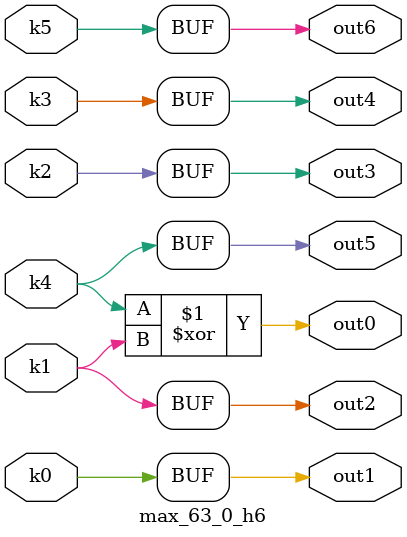
<source format=v>
module max_63_0(pi0, pi1, pi2, pi3, pi4, po0, po1, po2, po3, po4, po5, po6);
input pi0, pi1, pi2, pi3, pi4;
output po0, po1, po2, po3, po4, po5, po6;
wire k0, k1, k2, k3, k4, k5;
max_63_0_w6 DUT1 (pi0, pi1, pi2, pi3, pi4, k0, k1, k2, k3, k4, k5);
max_63_0_h6 DUT2 (k0, k1, k2, k3, k4, k5, po0, po1, po2, po3, po4, po5, po6);
endmodule

module max_63_0_w6(in4, in3, in2, in1, in0, k5, k4, k3, k2, k1, k0);
input in4, in3, in2, in1, in0;
output k5, k4, k3, k2, k1, k0;
assign k0 =   in1 & (in2 ? in4 : in3);
assign k1 =   ~in1 & (in2 ? ~in4 : ~in3);
assign k2 =   ~in4 & in3;
assign k3 =   ~in3 & in4;
assign k4 =   in0;
assign k5 =   in2;
endmodule

module max_63_0_h6(k5, k4, k3, k2, k1, k0, out6, out5, out4, out3, out2, out1, out0);
input k5, k4, k3, k2, k1, k0;
output out6, out5, out4, out3, out2, out1, out0;
assign out0 = k4 ^ k1;
assign out1 = k0;
assign out2 = k1;
assign out3 = k2;
assign out4 = k3;
assign out5 = k4;
assign out6 = k5;
endmodule

</source>
